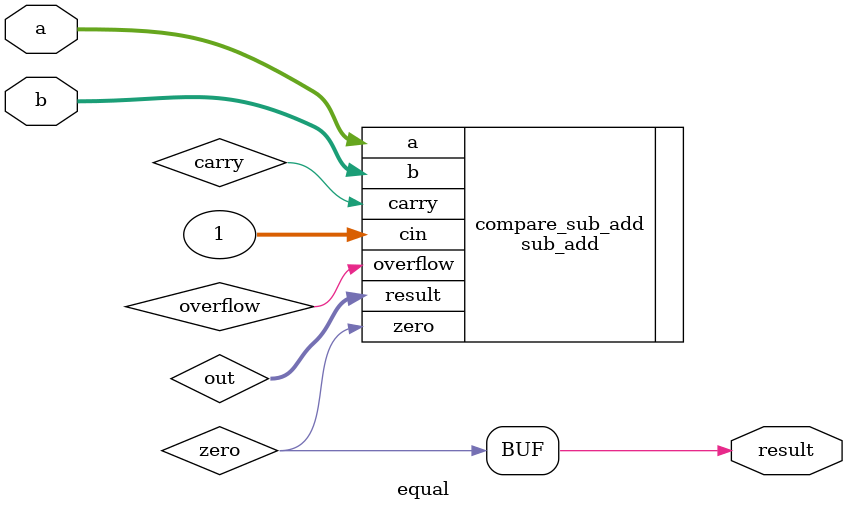
<source format=v>
module equal(
	input [3:0] a,
	input [3:0] b,
	output      result
);

	wire carry,zero,overflow;
	wire [3:0] out;
	
	sub_add compare_sub_add(
	.a			(a),
	.b			(b),
	.cin		(1),
	.carry	(carry),
	.zero		(zero),
	.overflow(overflow),
	.result	(out)
);

	assign result = zero;

endmodule


</source>
